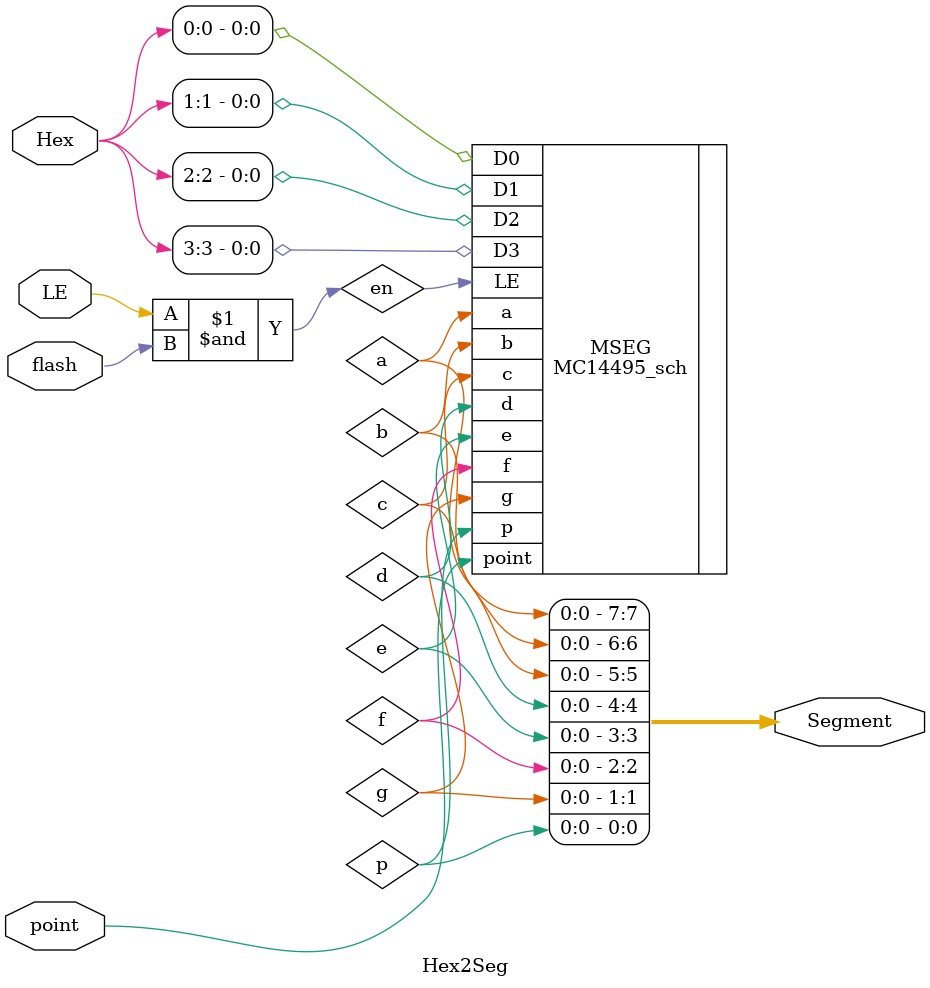
<source format=v>
`timescale 1ns / 1ps
module Hex2Seg(
					input [3:0]Hex,
					input LE,
					input point,
					input flash,
					output[7:0]Segment
					);

	wire en = LE & flash;
	MC14495_sch MSEG(.D3(Hex[3]),.D2(Hex[2]),.D1(Hex[1]),.D0(Hex[0]),.LE(en),.point(point),
						  .a(a),.b(b),.c(c),.d(d),.e(e),.f(f),.g(g),.p(p));
	assign Segment = {a,b,c,d,e,f,g,p}; 
endmodule 

</source>
